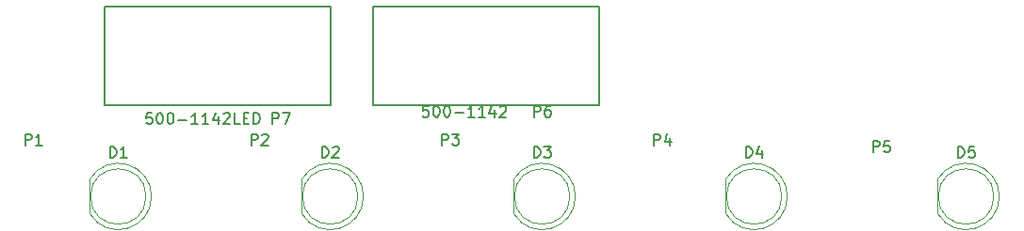
<source format=gbr>
G04 #@! TF.GenerationSoftware,KiCad,Pcbnew,(5.0.2)-1*
G04 #@! TF.CreationDate,2019-01-01T20:31:05-08:00*
G04 #@! TF.ProjectId,500-1142,3530302d-3131-4343-922e-6b696361645f,rev?*
G04 #@! TF.SameCoordinates,Original*
G04 #@! TF.FileFunction,Legend,Top*
G04 #@! TF.FilePolarity,Positive*
%FSLAX46Y46*%
G04 Gerber Fmt 4.6, Leading zero omitted, Abs format (unit mm)*
G04 Created by KiCad (PCBNEW (5.0.2)-1) date 1/1/2019 8:31:05 PM*
%MOMM*%
%LPD*%
G01*
G04 APERTURE LIST*
%ADD10C,0.120000*%
%ADD11C,0.150000*%
G04 APERTURE END LIST*
D10*
G04 #@! TO.C,D1*
X86810000Y-90170462D02*
G75*
G03X81260000Y-88625170I-2990000J462D01*
G01*
X86810000Y-90169538D02*
G75*
G02X81260000Y-91714830I-2990000J-462D01*
G01*
X86320000Y-90170000D02*
G75*
G03X86320000Y-90170000I-2500000J0D01*
G01*
X81260000Y-88625000D02*
X81260000Y-91715000D01*
G04 #@! TO.C,D2*
X100310000Y-88625000D02*
X100310000Y-91715000D01*
X105370000Y-90170000D02*
G75*
G03X105370000Y-90170000I-2500000J0D01*
G01*
X105860000Y-90169538D02*
G75*
G02X100310000Y-91714830I-2990000J-462D01*
G01*
X105860000Y-90170462D02*
G75*
G03X100310000Y-88625170I-2990000J462D01*
G01*
G04 #@! TO.C,D3*
X124910000Y-90170462D02*
G75*
G03X119360000Y-88625170I-2990000J462D01*
G01*
X124910000Y-90169538D02*
G75*
G02X119360000Y-91714830I-2990000J-462D01*
G01*
X124420000Y-90170000D02*
G75*
G03X124420000Y-90170000I-2500000J0D01*
G01*
X119360000Y-88625000D02*
X119360000Y-91715000D01*
G04 #@! TO.C,D4*
X138410000Y-88625000D02*
X138410000Y-91715000D01*
X143470000Y-90170000D02*
G75*
G03X143470000Y-90170000I-2500000J0D01*
G01*
X143960000Y-90169538D02*
G75*
G02X138410000Y-91714830I-2990000J-462D01*
G01*
X143960000Y-90170462D02*
G75*
G03X138410000Y-88625170I-2990000J462D01*
G01*
G04 #@! TO.C,D5*
X163010000Y-90170462D02*
G75*
G03X157460000Y-88625170I-2990000J462D01*
G01*
X163010000Y-90169538D02*
G75*
G02X157460000Y-91714830I-2990000J-462D01*
G01*
X162520000Y-90170000D02*
G75*
G03X162520000Y-90170000I-2500000J0D01*
G01*
X157460000Y-88625000D02*
X157460000Y-91715000D01*
D11*
G04 #@! TO.C,P6*
X106680000Y-73025000D02*
X106680000Y-74930000D01*
X127000000Y-73025000D02*
X106680000Y-73025000D01*
X127000000Y-74930000D02*
X127000000Y-73025000D01*
X106680000Y-81915000D02*
X106680000Y-80010000D01*
X127000000Y-81915000D02*
X106680000Y-81915000D01*
X127000000Y-80010000D02*
X127000000Y-81915000D01*
X127000000Y-74930000D02*
X127000000Y-80010000D01*
X106680000Y-80010000D02*
X106680000Y-74930000D01*
G04 #@! TO.C,P7*
X82550000Y-80010000D02*
X82550000Y-74930000D01*
X102870000Y-74930000D02*
X102870000Y-80010000D01*
X102870000Y-80010000D02*
X102870000Y-81915000D01*
X102870000Y-81915000D02*
X82550000Y-81915000D01*
X82550000Y-81915000D02*
X82550000Y-80010000D01*
X102870000Y-74930000D02*
X102870000Y-73025000D01*
X102870000Y-73025000D02*
X82550000Y-73025000D01*
X82550000Y-73025000D02*
X82550000Y-74930000D01*
G04 #@! TO.C,D1*
X83081904Y-86662380D02*
X83081904Y-85662380D01*
X83320000Y-85662380D01*
X83462857Y-85710000D01*
X83558095Y-85805238D01*
X83605714Y-85900476D01*
X83653333Y-86090952D01*
X83653333Y-86233809D01*
X83605714Y-86424285D01*
X83558095Y-86519523D01*
X83462857Y-86614761D01*
X83320000Y-86662380D01*
X83081904Y-86662380D01*
X84605714Y-86662380D02*
X84034285Y-86662380D01*
X84320000Y-86662380D02*
X84320000Y-85662380D01*
X84224761Y-85805238D01*
X84129523Y-85900476D01*
X84034285Y-85948095D01*
G04 #@! TO.C,D2*
X102131904Y-86662380D02*
X102131904Y-85662380D01*
X102370000Y-85662380D01*
X102512857Y-85710000D01*
X102608095Y-85805238D01*
X102655714Y-85900476D01*
X102703333Y-86090952D01*
X102703333Y-86233809D01*
X102655714Y-86424285D01*
X102608095Y-86519523D01*
X102512857Y-86614761D01*
X102370000Y-86662380D01*
X102131904Y-86662380D01*
X103084285Y-85757619D02*
X103131904Y-85710000D01*
X103227142Y-85662380D01*
X103465238Y-85662380D01*
X103560476Y-85710000D01*
X103608095Y-85757619D01*
X103655714Y-85852857D01*
X103655714Y-85948095D01*
X103608095Y-86090952D01*
X103036666Y-86662380D01*
X103655714Y-86662380D01*
G04 #@! TO.C,D3*
X121181904Y-86662380D02*
X121181904Y-85662380D01*
X121420000Y-85662380D01*
X121562857Y-85710000D01*
X121658095Y-85805238D01*
X121705714Y-85900476D01*
X121753333Y-86090952D01*
X121753333Y-86233809D01*
X121705714Y-86424285D01*
X121658095Y-86519523D01*
X121562857Y-86614761D01*
X121420000Y-86662380D01*
X121181904Y-86662380D01*
X122086666Y-85662380D02*
X122705714Y-85662380D01*
X122372380Y-86043333D01*
X122515238Y-86043333D01*
X122610476Y-86090952D01*
X122658095Y-86138571D01*
X122705714Y-86233809D01*
X122705714Y-86471904D01*
X122658095Y-86567142D01*
X122610476Y-86614761D01*
X122515238Y-86662380D01*
X122229523Y-86662380D01*
X122134285Y-86614761D01*
X122086666Y-86567142D01*
G04 #@! TO.C,D4*
X140231904Y-86662380D02*
X140231904Y-85662380D01*
X140470000Y-85662380D01*
X140612857Y-85710000D01*
X140708095Y-85805238D01*
X140755714Y-85900476D01*
X140803333Y-86090952D01*
X140803333Y-86233809D01*
X140755714Y-86424285D01*
X140708095Y-86519523D01*
X140612857Y-86614761D01*
X140470000Y-86662380D01*
X140231904Y-86662380D01*
X141660476Y-85995714D02*
X141660476Y-86662380D01*
X141422380Y-85614761D02*
X141184285Y-86329047D01*
X141803333Y-86329047D01*
G04 #@! TO.C,D5*
X159281904Y-86662380D02*
X159281904Y-85662380D01*
X159520000Y-85662380D01*
X159662857Y-85710000D01*
X159758095Y-85805238D01*
X159805714Y-85900476D01*
X159853333Y-86090952D01*
X159853333Y-86233809D01*
X159805714Y-86424285D01*
X159758095Y-86519523D01*
X159662857Y-86614761D01*
X159520000Y-86662380D01*
X159281904Y-86662380D01*
X160758095Y-85662380D02*
X160281904Y-85662380D01*
X160234285Y-86138571D01*
X160281904Y-86090952D01*
X160377142Y-86043333D01*
X160615238Y-86043333D01*
X160710476Y-86090952D01*
X160758095Y-86138571D01*
X160805714Y-86233809D01*
X160805714Y-86471904D01*
X160758095Y-86567142D01*
X160710476Y-86614761D01*
X160615238Y-86662380D01*
X160377142Y-86662380D01*
X160281904Y-86614761D01*
X160234285Y-86567142D01*
G04 #@! TO.C,P1*
X75461904Y-85542380D02*
X75461904Y-84542380D01*
X75842857Y-84542380D01*
X75938095Y-84590000D01*
X75985714Y-84637619D01*
X76033333Y-84732857D01*
X76033333Y-84875714D01*
X75985714Y-84970952D01*
X75938095Y-85018571D01*
X75842857Y-85066190D01*
X75461904Y-85066190D01*
X76985714Y-85542380D02*
X76414285Y-85542380D01*
X76700000Y-85542380D02*
X76700000Y-84542380D01*
X76604761Y-84685238D01*
X76509523Y-84780476D01*
X76414285Y-84828095D01*
G04 #@! TO.C,P2*
X95781904Y-85542380D02*
X95781904Y-84542380D01*
X96162857Y-84542380D01*
X96258095Y-84590000D01*
X96305714Y-84637619D01*
X96353333Y-84732857D01*
X96353333Y-84875714D01*
X96305714Y-84970952D01*
X96258095Y-85018571D01*
X96162857Y-85066190D01*
X95781904Y-85066190D01*
X96734285Y-84637619D02*
X96781904Y-84590000D01*
X96877142Y-84542380D01*
X97115238Y-84542380D01*
X97210476Y-84590000D01*
X97258095Y-84637619D01*
X97305714Y-84732857D01*
X97305714Y-84828095D01*
X97258095Y-84970952D01*
X96686666Y-85542380D01*
X97305714Y-85542380D01*
G04 #@! TO.C,P3*
X112926904Y-85542380D02*
X112926904Y-84542380D01*
X113307857Y-84542380D01*
X113403095Y-84590000D01*
X113450714Y-84637619D01*
X113498333Y-84732857D01*
X113498333Y-84875714D01*
X113450714Y-84970952D01*
X113403095Y-85018571D01*
X113307857Y-85066190D01*
X112926904Y-85066190D01*
X113831666Y-84542380D02*
X114450714Y-84542380D01*
X114117380Y-84923333D01*
X114260238Y-84923333D01*
X114355476Y-84970952D01*
X114403095Y-85018571D01*
X114450714Y-85113809D01*
X114450714Y-85351904D01*
X114403095Y-85447142D01*
X114355476Y-85494761D01*
X114260238Y-85542380D01*
X113974523Y-85542380D01*
X113879285Y-85494761D01*
X113831666Y-85447142D01*
G04 #@! TO.C,P4*
X131976904Y-85542380D02*
X131976904Y-84542380D01*
X132357857Y-84542380D01*
X132453095Y-84590000D01*
X132500714Y-84637619D01*
X132548333Y-84732857D01*
X132548333Y-84875714D01*
X132500714Y-84970952D01*
X132453095Y-85018571D01*
X132357857Y-85066190D01*
X131976904Y-85066190D01*
X133405476Y-84875714D02*
X133405476Y-85542380D01*
X133167380Y-84494761D02*
X132929285Y-85209047D01*
X133548333Y-85209047D01*
G04 #@! TO.C,P5*
X151661904Y-86177380D02*
X151661904Y-85177380D01*
X152042857Y-85177380D01*
X152138095Y-85225000D01*
X152185714Y-85272619D01*
X152233333Y-85367857D01*
X152233333Y-85510714D01*
X152185714Y-85605952D01*
X152138095Y-85653571D01*
X152042857Y-85701190D01*
X151661904Y-85701190D01*
X153138095Y-85177380D02*
X152661904Y-85177380D01*
X152614285Y-85653571D01*
X152661904Y-85605952D01*
X152757142Y-85558333D01*
X152995238Y-85558333D01*
X153090476Y-85605952D01*
X153138095Y-85653571D01*
X153185714Y-85748809D01*
X153185714Y-85986904D01*
X153138095Y-86082142D01*
X153090476Y-86129761D01*
X152995238Y-86177380D01*
X152757142Y-86177380D01*
X152661904Y-86129761D01*
X152614285Y-86082142D01*
G04 #@! TO.C,P6*
X121181904Y-83002380D02*
X121181904Y-82002380D01*
X121562857Y-82002380D01*
X121658095Y-82050000D01*
X121705714Y-82097619D01*
X121753333Y-82192857D01*
X121753333Y-82335714D01*
X121705714Y-82430952D01*
X121658095Y-82478571D01*
X121562857Y-82526190D01*
X121181904Y-82526190D01*
X122610476Y-82002380D02*
X122420000Y-82002380D01*
X122324761Y-82050000D01*
X122277142Y-82097619D01*
X122181904Y-82240476D01*
X122134285Y-82430952D01*
X122134285Y-82811904D01*
X122181904Y-82907142D01*
X122229523Y-82954761D01*
X122324761Y-83002380D01*
X122515238Y-83002380D01*
X122610476Y-82954761D01*
X122658095Y-82907142D01*
X122705714Y-82811904D01*
X122705714Y-82573809D01*
X122658095Y-82478571D01*
X122610476Y-82430952D01*
X122515238Y-82383333D01*
X122324761Y-82383333D01*
X122229523Y-82430952D01*
X122181904Y-82478571D01*
X122134285Y-82573809D01*
X111696904Y-82002380D02*
X111220714Y-82002380D01*
X111173095Y-82478571D01*
X111220714Y-82430952D01*
X111315952Y-82383333D01*
X111554047Y-82383333D01*
X111649285Y-82430952D01*
X111696904Y-82478571D01*
X111744523Y-82573809D01*
X111744523Y-82811904D01*
X111696904Y-82907142D01*
X111649285Y-82954761D01*
X111554047Y-83002380D01*
X111315952Y-83002380D01*
X111220714Y-82954761D01*
X111173095Y-82907142D01*
X112363571Y-82002380D02*
X112458809Y-82002380D01*
X112554047Y-82050000D01*
X112601666Y-82097619D01*
X112649285Y-82192857D01*
X112696904Y-82383333D01*
X112696904Y-82621428D01*
X112649285Y-82811904D01*
X112601666Y-82907142D01*
X112554047Y-82954761D01*
X112458809Y-83002380D01*
X112363571Y-83002380D01*
X112268333Y-82954761D01*
X112220714Y-82907142D01*
X112173095Y-82811904D01*
X112125476Y-82621428D01*
X112125476Y-82383333D01*
X112173095Y-82192857D01*
X112220714Y-82097619D01*
X112268333Y-82050000D01*
X112363571Y-82002380D01*
X113315952Y-82002380D02*
X113411190Y-82002380D01*
X113506428Y-82050000D01*
X113554047Y-82097619D01*
X113601666Y-82192857D01*
X113649285Y-82383333D01*
X113649285Y-82621428D01*
X113601666Y-82811904D01*
X113554047Y-82907142D01*
X113506428Y-82954761D01*
X113411190Y-83002380D01*
X113315952Y-83002380D01*
X113220714Y-82954761D01*
X113173095Y-82907142D01*
X113125476Y-82811904D01*
X113077857Y-82621428D01*
X113077857Y-82383333D01*
X113125476Y-82192857D01*
X113173095Y-82097619D01*
X113220714Y-82050000D01*
X113315952Y-82002380D01*
X114077857Y-82621428D02*
X114839761Y-82621428D01*
X115839761Y-83002380D02*
X115268333Y-83002380D01*
X115554047Y-83002380D02*
X115554047Y-82002380D01*
X115458809Y-82145238D01*
X115363571Y-82240476D01*
X115268333Y-82288095D01*
X116792142Y-83002380D02*
X116220714Y-83002380D01*
X116506428Y-83002380D02*
X116506428Y-82002380D01*
X116411190Y-82145238D01*
X116315952Y-82240476D01*
X116220714Y-82288095D01*
X117649285Y-82335714D02*
X117649285Y-83002380D01*
X117411190Y-81954761D02*
X117173095Y-82669047D01*
X117792142Y-82669047D01*
X118125476Y-82097619D02*
X118173095Y-82050000D01*
X118268333Y-82002380D01*
X118506428Y-82002380D01*
X118601666Y-82050000D01*
X118649285Y-82097619D01*
X118696904Y-82192857D01*
X118696904Y-82288095D01*
X118649285Y-82430952D01*
X118077857Y-83002380D01*
X118696904Y-83002380D01*
G04 #@! TO.C,P7*
X97686904Y-83637380D02*
X97686904Y-82637380D01*
X98067857Y-82637380D01*
X98163095Y-82685000D01*
X98210714Y-82732619D01*
X98258333Y-82827857D01*
X98258333Y-82970714D01*
X98210714Y-83065952D01*
X98163095Y-83113571D01*
X98067857Y-83161190D01*
X97686904Y-83161190D01*
X98591666Y-82637380D02*
X99258333Y-82637380D01*
X98829761Y-83637380D01*
X86844761Y-82637380D02*
X86368571Y-82637380D01*
X86320952Y-83113571D01*
X86368571Y-83065952D01*
X86463809Y-83018333D01*
X86701904Y-83018333D01*
X86797142Y-83065952D01*
X86844761Y-83113571D01*
X86892380Y-83208809D01*
X86892380Y-83446904D01*
X86844761Y-83542142D01*
X86797142Y-83589761D01*
X86701904Y-83637380D01*
X86463809Y-83637380D01*
X86368571Y-83589761D01*
X86320952Y-83542142D01*
X87511428Y-82637380D02*
X87606666Y-82637380D01*
X87701904Y-82685000D01*
X87749523Y-82732619D01*
X87797142Y-82827857D01*
X87844761Y-83018333D01*
X87844761Y-83256428D01*
X87797142Y-83446904D01*
X87749523Y-83542142D01*
X87701904Y-83589761D01*
X87606666Y-83637380D01*
X87511428Y-83637380D01*
X87416190Y-83589761D01*
X87368571Y-83542142D01*
X87320952Y-83446904D01*
X87273333Y-83256428D01*
X87273333Y-83018333D01*
X87320952Y-82827857D01*
X87368571Y-82732619D01*
X87416190Y-82685000D01*
X87511428Y-82637380D01*
X88463809Y-82637380D02*
X88559047Y-82637380D01*
X88654285Y-82685000D01*
X88701904Y-82732619D01*
X88749523Y-82827857D01*
X88797142Y-83018333D01*
X88797142Y-83256428D01*
X88749523Y-83446904D01*
X88701904Y-83542142D01*
X88654285Y-83589761D01*
X88559047Y-83637380D01*
X88463809Y-83637380D01*
X88368571Y-83589761D01*
X88320952Y-83542142D01*
X88273333Y-83446904D01*
X88225714Y-83256428D01*
X88225714Y-83018333D01*
X88273333Y-82827857D01*
X88320952Y-82732619D01*
X88368571Y-82685000D01*
X88463809Y-82637380D01*
X89225714Y-83256428D02*
X89987619Y-83256428D01*
X90987619Y-83637380D02*
X90416190Y-83637380D01*
X90701904Y-83637380D02*
X90701904Y-82637380D01*
X90606666Y-82780238D01*
X90511428Y-82875476D01*
X90416190Y-82923095D01*
X91940000Y-83637380D02*
X91368571Y-83637380D01*
X91654285Y-83637380D02*
X91654285Y-82637380D01*
X91559047Y-82780238D01*
X91463809Y-82875476D01*
X91368571Y-82923095D01*
X92797142Y-82970714D02*
X92797142Y-83637380D01*
X92559047Y-82589761D02*
X92320952Y-83304047D01*
X92940000Y-83304047D01*
X93273333Y-82732619D02*
X93320952Y-82685000D01*
X93416190Y-82637380D01*
X93654285Y-82637380D01*
X93749523Y-82685000D01*
X93797142Y-82732619D01*
X93844761Y-82827857D01*
X93844761Y-82923095D01*
X93797142Y-83065952D01*
X93225714Y-83637380D01*
X93844761Y-83637380D01*
X94749523Y-83637380D02*
X94273333Y-83637380D01*
X94273333Y-82637380D01*
X95082857Y-83113571D02*
X95416190Y-83113571D01*
X95559047Y-83637380D02*
X95082857Y-83637380D01*
X95082857Y-82637380D01*
X95559047Y-82637380D01*
X95987619Y-83637380D02*
X95987619Y-82637380D01*
X96225714Y-82637380D01*
X96368571Y-82685000D01*
X96463809Y-82780238D01*
X96511428Y-82875476D01*
X96559047Y-83065952D01*
X96559047Y-83208809D01*
X96511428Y-83399285D01*
X96463809Y-83494523D01*
X96368571Y-83589761D01*
X96225714Y-83637380D01*
X95987619Y-83637380D01*
G04 #@! TD*
M02*

</source>
